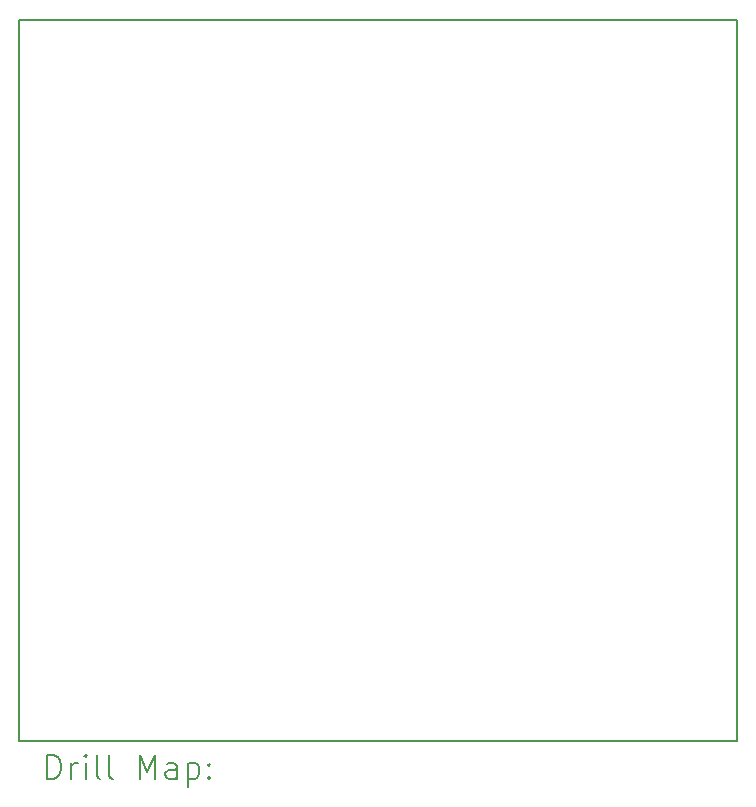
<source format=gbr>
%TF.GenerationSoftware,KiCad,Pcbnew,7.0.1*%
%TF.CreationDate,2023-03-28T23:12:08-03:00*%
%TF.ProjectId,CeilingFanControl,4365696c-696e-4674-9661-6e436f6e7472,rev?*%
%TF.SameCoordinates,Original*%
%TF.FileFunction,Drillmap*%
%TF.FilePolarity,Positive*%
%FSLAX45Y45*%
G04 Gerber Fmt 4.5, Leading zero omitted, Abs format (unit mm)*
G04 Created by KiCad (PCBNEW 7.0.1) date 2023-03-28 23:12:08*
%MOMM*%
%LPD*%
G01*
G04 APERTURE LIST*
%ADD10C,0.200000*%
G04 APERTURE END LIST*
D10*
X1980000Y-1960000D02*
X8060000Y-1960000D01*
X8060000Y-8060000D01*
X1980000Y-8060000D01*
X1980000Y-1960000D01*
X2217619Y-8382524D02*
X2217619Y-8182524D01*
X2217619Y-8182524D02*
X2265238Y-8182524D01*
X2265238Y-8182524D02*
X2293810Y-8192048D01*
X2293810Y-8192048D02*
X2312857Y-8211095D01*
X2312857Y-8211095D02*
X2322381Y-8230143D01*
X2322381Y-8230143D02*
X2331905Y-8268238D01*
X2331905Y-8268238D02*
X2331905Y-8296809D01*
X2331905Y-8296809D02*
X2322381Y-8334905D01*
X2322381Y-8334905D02*
X2312857Y-8353952D01*
X2312857Y-8353952D02*
X2293810Y-8373000D01*
X2293810Y-8373000D02*
X2265238Y-8382524D01*
X2265238Y-8382524D02*
X2217619Y-8382524D01*
X2417619Y-8382524D02*
X2417619Y-8249190D01*
X2417619Y-8287286D02*
X2427143Y-8268238D01*
X2427143Y-8268238D02*
X2436667Y-8258714D01*
X2436667Y-8258714D02*
X2455714Y-8249190D01*
X2455714Y-8249190D02*
X2474762Y-8249190D01*
X2541429Y-8382524D02*
X2541429Y-8249190D01*
X2541429Y-8182524D02*
X2531905Y-8192048D01*
X2531905Y-8192048D02*
X2541429Y-8201571D01*
X2541429Y-8201571D02*
X2550952Y-8192048D01*
X2550952Y-8192048D02*
X2541429Y-8182524D01*
X2541429Y-8182524D02*
X2541429Y-8201571D01*
X2665238Y-8382524D02*
X2646190Y-8373000D01*
X2646190Y-8373000D02*
X2636667Y-8353952D01*
X2636667Y-8353952D02*
X2636667Y-8182524D01*
X2770000Y-8382524D02*
X2750952Y-8373000D01*
X2750952Y-8373000D02*
X2741429Y-8353952D01*
X2741429Y-8353952D02*
X2741429Y-8182524D01*
X2998571Y-8382524D02*
X2998571Y-8182524D01*
X2998571Y-8182524D02*
X3065238Y-8325381D01*
X3065238Y-8325381D02*
X3131905Y-8182524D01*
X3131905Y-8182524D02*
X3131905Y-8382524D01*
X3312857Y-8382524D02*
X3312857Y-8277762D01*
X3312857Y-8277762D02*
X3303333Y-8258714D01*
X3303333Y-8258714D02*
X3284286Y-8249190D01*
X3284286Y-8249190D02*
X3246190Y-8249190D01*
X3246190Y-8249190D02*
X3227143Y-8258714D01*
X3312857Y-8373000D02*
X3293809Y-8382524D01*
X3293809Y-8382524D02*
X3246190Y-8382524D01*
X3246190Y-8382524D02*
X3227143Y-8373000D01*
X3227143Y-8373000D02*
X3217619Y-8353952D01*
X3217619Y-8353952D02*
X3217619Y-8334905D01*
X3217619Y-8334905D02*
X3227143Y-8315857D01*
X3227143Y-8315857D02*
X3246190Y-8306333D01*
X3246190Y-8306333D02*
X3293809Y-8306333D01*
X3293809Y-8306333D02*
X3312857Y-8296809D01*
X3408095Y-8249190D02*
X3408095Y-8449190D01*
X3408095Y-8258714D02*
X3427143Y-8249190D01*
X3427143Y-8249190D02*
X3465238Y-8249190D01*
X3465238Y-8249190D02*
X3484286Y-8258714D01*
X3484286Y-8258714D02*
X3493809Y-8268238D01*
X3493809Y-8268238D02*
X3503333Y-8287286D01*
X3503333Y-8287286D02*
X3503333Y-8344428D01*
X3503333Y-8344428D02*
X3493809Y-8363476D01*
X3493809Y-8363476D02*
X3484286Y-8373000D01*
X3484286Y-8373000D02*
X3465238Y-8382524D01*
X3465238Y-8382524D02*
X3427143Y-8382524D01*
X3427143Y-8382524D02*
X3408095Y-8373000D01*
X3589048Y-8363476D02*
X3598571Y-8373000D01*
X3598571Y-8373000D02*
X3589048Y-8382524D01*
X3589048Y-8382524D02*
X3579524Y-8373000D01*
X3579524Y-8373000D02*
X3589048Y-8363476D01*
X3589048Y-8363476D02*
X3589048Y-8382524D01*
X3589048Y-8258714D02*
X3598571Y-8268238D01*
X3598571Y-8268238D02*
X3589048Y-8277762D01*
X3589048Y-8277762D02*
X3579524Y-8268238D01*
X3579524Y-8268238D02*
X3589048Y-8258714D01*
X3589048Y-8258714D02*
X3589048Y-8277762D01*
M02*

</source>
